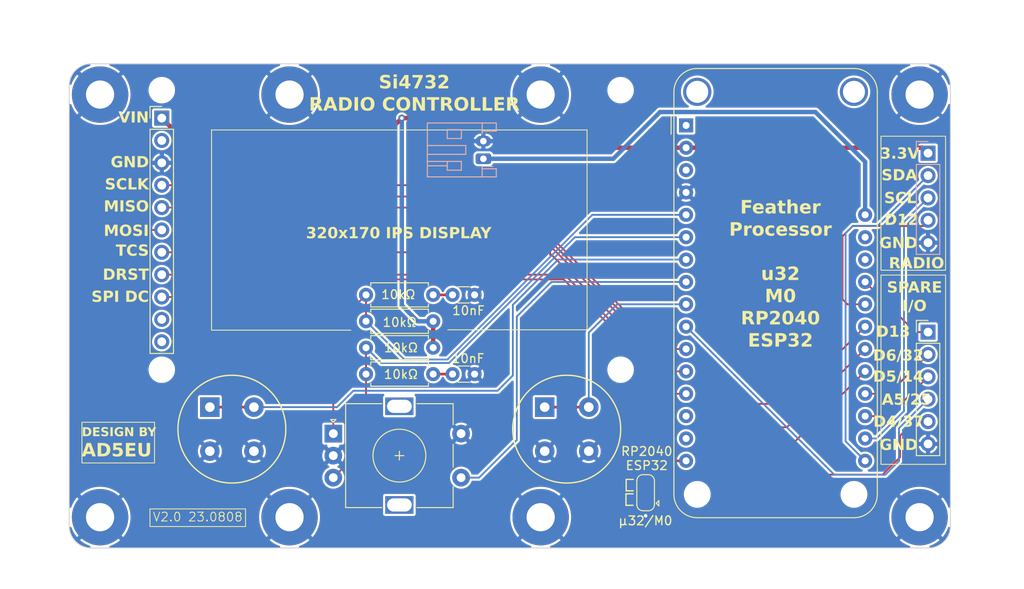
<source format=kicad_pcb>
(kicad_pcb (version 20221018) (generator pcbnew)
  (layers (0 "F.Cu" signal) (31 "B.Cu" signal) (34 "B.Paste" user) (35 "F.Paste" user) (36 "B.SilkS" user "B.Silkscreen") (37 "F.SilkS" user "F.Silkscreen") (38 "B.Mask" user) (39 "F.Mask" user) (44 "Edge.Cuts" user))
  (net 0 "")
  (net 1 "GND")
  (net 2 "Net-(C1-Pad2)")
  (net 3 "+3.3V")
  (net 4 "~{RST}")
  (net 5 "Net-(C2-Pad2)")
  (net 6 "SCLK")
  (net 7 "MOSI")
  (net 8 "MISO")
  (net 9 "R_RST")
  (net 10 "ENSW")
  (net 11 "EN1B")
  (net 12 "EN1A")
  (net 13 "SCL")
  (net 14 "SDA")
  (net 16 "~{DISPRST}")
  (net 19 "TCS")
  (net 20 "DC")
  (net 24 "Net-(A2-GND{slash}GND{slash}D4{slash}D37)")
  (net 27 "Net-(A2-VBAT)")
  (net 28 "R_SW")
  (net 29 "L_SW")
  (net 30 "Net-(A2-D5{slash}D5{slash}D5{slash}D14)")
  (net 31 "Net-(A2-D6{slash}D6{slash}D6{slash}D32)")
  (net 32 "Net-(A2-D13)")
  (net 33 "Net-(A2-A5{slash}A5{slash}D25{slash}A5)")
  (net 34 "Net-(J1-Pin_5)")
  (footprint "MountingHole:MountingHole_3.2mm_M3_Pad" (layer "F.Cu") (at 53.5 53.5)
    (fp_text reference "REF**" hide)
    (fp_text value "MountingHole_3.2mm_M3_Pad" hide)
    (pad "1" thru_hole circle (at 0 0) (size 6.4 6.4) (drill 3.2) (layers "*.Cu" "*.Mask") (net 1 "GND"))
  )
  (footprint "Resistor_THT:R_Axial_DIN0207_L6.3mm_D2.5mm_P7.62mm_Horizontal" (layer "F.Cu") (at 83.68 85.25)
    (fp_text reference "R3" hide)
    (fp_text value "10kΩ" (at 3.9675 0.03) (layer "F.SilkS"))
    (fp_line (start 0.54 -1.37) (end 7.08 -1.37) (stroke (width 0.12)) (layer "F.SilkS"))
    (fp_line (start 0.54 -1.04) (end 0.54 -1.37) (stroke (width 0.12)) (layer "F.SilkS"))
    (fp_line (start 0.54 1.04) (end 0.54 1.37) (stroke (width 0.12)) (layer "F.SilkS"))
    (fp_line (start 0.54 1.37) (end 7.08 1.37) (stroke (width 0.12)) (layer "F.SilkS"))
    (fp_line (start 7.08 -1.37) (end 7.08 -1.04) (stroke (width 0.12)) (layer "F.SilkS"))
    (fp_line (start 7.08 1.37) (end 7.08 1.04) (stroke (width 0.12)) (layer "F.SilkS"))
    (pad "1" thru_hole circle (at 0 0) (size 1.6 1.6) (drill 0.8) (layers "*.Cu" "*.Mask") (net 11 "EN1B"))
    (pad "2" thru_hole oval (at 7.62 0) (size 1.6 1.6) (drill 0.8) (layers "*.Cu" "*.Mask") (net 2 "Net-(C1-Pad2)"))
  )
  (footprint "Resistor_THT:R_Axial_DIN0207_L6.3mm_D2.5mm_P7.62mm_Horizontal" (layer "F.Cu") (at 83.68 76.25)
    (fp_text reference "R4" hide)
    (fp_text value "10kΩ" (at 3.6725 -0.03) (layer "F.SilkS"))
    (fp_line (start 0.54 -1.37) (end 7.08 -1.37) (stroke (width 0.12)) (layer "F.SilkS"))
    (fp_line (start 0.54 -1.04) (end 0.54 -1.37) (stroke (width 0.12)) (layer "F.SilkS"))
    (fp_line (start 0.54 1.04) (end 0.54 1.37) (stroke (width 0.12)) (layer "F.SilkS"))
    (fp_line (start 0.54 1.37) (end 7.08 1.37) (stroke (width 0.12)) (layer "F.SilkS"))
    (fp_line (start 7.08 -1.37) (end 7.08 -1.04) (stroke (width 0.12)) (layer "F.SilkS"))
    (fp_line (start 7.08 1.37) (end 7.08 1.04) (stroke (width 0.12)) (layer "F.SilkS"))
    (pad "1" thru_hole circle (at 0 0) (size 1.6 1.6) (drill 0.8) (layers "*.Cu" "*.Mask") (net 12 "EN1A"))
    (pad "2" thru_hole oval (at 7.62 0) (size 1.6 1.6) (drill 0.8) (layers "*.Cu" "*.Mask") (net 5 "Net-(C2-Pad2)"))
  )
  (footprint "Jumper:SolderJumper-3_P1.3mm_Open_RoundedPad1.0x1.5mm" (layer "F.Cu") (at 115.41 98.72 90)
    (fp_text reference "JP1" hide)
    (fp_text value "SolderJumper_3_Open" hide)
    (fp_line (start -2.05 0.3) (end -2.05 -0.3) (stroke (width 0.12)) (layer "F.SilkS"))
    (fp_line (start -1.5 1.5) (end -0.9 1.5) (stroke (width 0.12)) (layer "F.SilkS"))
    (fp_line (start -1.4 -1) (end 1.4 -1) (stroke (width 0.12)) (layer "F.SilkS"))
    (fp_line (start -1.2 1.2) (end -1.5 1.5) (stroke (width 0.12)) (layer "F.SilkS"))
    (fp_line (start -1.2 1.2) (end -0.9 1.5) (stroke (width 0.12)) (layer "F.SilkS"))
    (fp_line (start 1.4 1) (end -1.4 1) (stroke (width 0.12)) (layer "F.SilkS"))
    (fp_line (start 2.05 -0.3) (end 2.05 0.3) (stroke (width 0.12)) (layer "F.SilkS"))
    (fp_arc (start -2.05 -0.3) (mid -1.844975 -0.794975) (end -1.35 -1) (stroke (width 0.12)) (layer "F.SilkS"))
    (fp_arc (start -1.35 1) (mid -1.844975 0.794975) (end -2.05 0.3) (stroke (width 0.12)) (layer "F.SilkS"))
    (fp_arc (start 1.35 -1) (mid 1.844975 -0.794975) (end 2.05 -0.3) (stroke (width 0.12)) (layer "F.SilkS"))
    (fp_arc (start 2.05 0.3) (mid 1.844975 0.794975) (end 1.35 1) (stroke (width 0.12)) (layer "F.SilkS"))
    (pad "1" smd custom (at -1.3 0 90) (size 1 0.5) (layers "F.Cu" "F.Mask") (net 1 "GND") (options (clearance outline) (anchor rect)) (primitives (gr_circle (center 0 0.25) (end 0.5 0.25) (width 0) (fill yes)) (gr_circle (center 0 -0.25) (end 0.5 -0.25) (width 0) (fill yes)) (gr_poly (pts (xy 0.55 0.75) (xy 0 0.75) (xy 0 -0.75) (xy 0.55 -0.75)) (width 0) (fill yes))))
    (pad "2" smd rect (at 0 0 90) (size 1 1.5) (layers "F.Cu" "F.Mask") (net 24 "Net-(A2-GND{slash}GND{slash}D4{slash}D37)"))
    (pad "3" smd custom (at 1.3 0 90) (size 1 0.5) (layers "F.Cu" "F.Mask") (net 34 "Net-(J1-Pin_5)") (options (clearance outline) (anchor rect)) (primitives (gr_circle (center 0 0.25) (end 0.5 0.25) (width 0) (fill yes)) (gr_circle (center 0 -0.25) (end 0.5 -0.25) (width 0) (fill yes)) (gr_poly (pts (xy 0 0.75) (xy -0.55 0.75) (xy -0.55 -0.75) (xy 0 -0.75)) (width 0) (fill yes))))
  )
  (footprint "Connector_PinHeader_2.54mm:PinHeader_1x06_P2.54mm_Vertical" (layer "F.Cu") (at 147.46 80.48)
    (fp_text reference "J1" hide)
    (fp_text value "Conn_01x06_Pin" hide)
    (fp_line (start -1.33 -1.33) (end 0 -1.33) (stroke (width 0.12)) (layer "F.SilkS"))
    (fp_line (start -1.33 0) (end -1.33 -1.33) (stroke (width 0.12)) (layer "F.SilkS"))
    (fp_line (start -1.33 1.27) (end -1.33 14.03) (stroke (width 0.12)) (layer "F.SilkS"))
    (fp_line (start -1.33 1.27) (end 1.33 1.27) (stroke (width 0.12)) (layer "F.SilkS"))
    (fp_line (start -1.33 14.03) (end 1.33 14.03) (stroke (width 0.12)) (layer "F.SilkS"))
    (fp_line (start 1.33 1.27) (end 1.33 14.03) (stroke (width 0.12)) (layer "F.SilkS"))
    (pad "1" thru_hole rect (at 0 0) (size 1.7 1.7) (drill 1) (layers "*.Cu" "*.Mask") (net 32 "Net-(A2-D13)"))
    (pad "2" thru_hole oval (at 0 2.54) (size 1.7 1.7) (drill 1) (layers "*.Cu" "*.Mask") (net 31 "Net-(A2-D6{slash}D6{slash}D6{slash}D32)"))
    (pad "3" thru_hole oval (at 0 5.08) (size 1.7 1.7) (drill 1) (layers "*.Cu" "*.Mask") (net 30 "Net-(A2-D5{slash}D5{slash}D5{slash}D14)"))
    (pad "4" thru_hole oval (at 0 7.62) (size 1.7 1.7) (drill 1) (layers "*.Cu" "*.Mask") (net 33 "Net-(A2-A5{slash}A5{slash}D25{slash}A5)"))
    (pad "5" thru_hole oval (at 0 10.16) (size 1.7 1.7) (drill 1) (layers "*.Cu" "*.Mask") (net 34 "Net-(J1-Pin_5)"))
    (pad "6" thru_hole oval (at 0 12.7) (size 1.7 1.7) (drill 1) (layers "*.Cu" "*.Mask") (net 1 "GND"))
  )
  (footprint "Resistor_THT:R_Axial_DIN0207_L6.3mm_D2.5mm_P7.62mm_Horizontal" (layer "F.Cu") (at 83.68 82.25)
    (fp_text reference "R2" hide)
    (fp_text value "10kΩ" (at 3.9675 0.01) (layer "F.SilkS"))
    (fp_line (start 0.54 -1.37) (end 7.08 -1.37) (stroke (width 0.12)) (layer "F.SilkS"))
    (fp_line (start 0.54 -1.04) (end 0.54 -1.37) (stroke (width 0.12)) (layer "F.SilkS"))
    (fp_line (start 0.54 1.04) (end 0.54 1.37) (stroke (width 0.12)) (layer "F.SilkS"))
    (fp_line (start 0.54 1.37) (end 7.08 1.37) (stroke (width 0.12)) (layer "F.SilkS"))
    (fp_line (start 7.08 -1.37) (end 7.08 -1.04) (stroke (width 0.12)) (layer "F.SilkS"))
    (fp_line (start 7.08 1.37) (end 7.08 1.04) (stroke (width 0.12)) (layer "F.SilkS"))
    (pad "1" thru_hole circle (at 0 0) (size 1.6 1.6) (drill 0.8) (layers "*.Cu" "*.Mask") (net 11 "EN1B"))
    (pad "2" thru_hole oval (at 7.62 0) (size 1.6 1.6) (drill 0.8) (layers "*.Cu" "*.Mask") (net 3 "+3.3V"))
  )
  (footprint "Capacitor_THT:C_Disc_D3.0mm_W1.6mm_P2.50mm" (layer "F.Cu") (at 96 76.25 180)
    (fp_text reference "C2" hide)
    (fp_text value "10nF" (at 0.69 -1.79) (layer "F.SilkS"))
    (fp_line (start 0.621 -0.92) (end 1.879 -0.92) (stroke (width 0.12)) (layer "F.SilkS"))
    (fp_line (start 0.621 0.92) (end 1.879 0.92) (stroke (width 0.12)) (layer "F.SilkS"))
    (pad "1" thru_hole circle (at 0 0 180) (size 1.6 1.6) (drill 0.8) (layers "*.Cu" "*.Mask") (net 1 "GND"))
    (pad "2" thru_hole circle (at 2.5 0 180) (size 1.6 1.6) (drill 0.8) (layers "*.Cu" "*.Mask") (net 5 "Net-(C2-Pad2)"))
  )
  (footprint "Capacitor_THT:C_Disc_D3.0mm_W1.6mm_P2.50mm" (layer "F.Cu") (at 96 85.25 180)
    (fp_text reference "C1" hide)
    (fp_text value "10nF" (at 0.73 1.77) (layer "F.SilkS"))
    (fp_line (start 0.621 -0.92) (end 1.879 -0.92) (stroke (width 0.12)) (layer "F.SilkS"))
    (fp_line (start 0.621 0.92) (end 1.879 0.92) (stroke (width 0.12)) (layer "F.SilkS"))
    (pad "1" thru_hole circle (at 0 0 180) (size 1.6 1.6) (drill 0.8) (layers "*.Cu" "*.Mask") (net 1 "GND"))
    (pad "2" thru_hole circle (at 2.5 0 180) (size 1.6 1.6) (drill 0.8) (layers "*.Cu" "*.Mask") (net 2 "Net-(C1-Pad2)"))
  )
  (footprint "MountingHole:MountingHole_3.2mm_M3_Pad" (layer "F.Cu") (at 75 53.5)
    (fp_text reference "REF**" hide)
    (fp_text value "MountingHole_3.2mm_M3_Pad" hide)
    (pad "1" thru_hole circle (at 0 0) (size 6.4 6.4) (drill 3.2) (layers "*.Cu" "*.Mask") (net 1 "GND"))
  )
  (footprint "MountingHole:MountingHole_3.2mm_M3_Pad" (layer "F.Cu") (at 146.5 101.5)
    (fp_text reference "REF**" hide)
    (fp_text value "MountingHole_3.2mm_M3_Pad" hide)
    (pad "1" thru_hole circle (at 0 0) (size 6.4 6.4) (drill 3.2) (layers "*.Cu" "*.Mask") (net 1 "GND"))
  )
  (footprint "MountingHole:MountingHole_3.2mm_M3_Pad" (layer "F.Cu") (at 103.5 101.5)
    (fp_text reference "REF**" hide)
    (fp_text value "MountingHole_3.2mm_M3_Pad" hide)
    (pad "1" thru_hole circle (at 0 0) (size 6.4 6.4) (drill 3.2) (layers "*.Cu" "*.Mask") (net 1 "GND"))
  )
  (footprint "Resistor_THT:R_Axial_DIN0207_L6.3mm_D2.5mm_P7.62mm_Horizontal" (layer "F.Cu") (at 83.68 79.25)
    (fp_text reference "R5" hide)
    (fp_text value "10kΩ" (at 3.8225 0.12) (layer "F.SilkS"))
    (fp_line (start 0.54 -1.37) (end 7.08 -1.37) (stroke (width 0.12)) (layer "F.SilkS"))
    (fp_line (start 0.54 -1.04) (end 0.54 -1.37) (stroke (width 0.12)) (layer "F.SilkS"))
    (fp_line (start 0.54 1.04) (end 0.54 1.37) (stroke (width 0.12)) (layer "F.SilkS"))
    (fp_line (start 0.54 1.37) (end 7.08 1.37) (stroke (width 0.12)) (layer "F.SilkS"))
    (fp_line (start 7.08 -1.37) (end 7.08 -1.04) (stroke (width 0.12)) (layer "F.SilkS"))
    (fp_line (start 7.08 1.37) (end 7.08 1.04) (stroke (width 0.12)) (layer "F.SilkS"))
    (pad "1" thru_hole circle (at 0 0) (size 1.6 1.6) (drill 0.8) (layers "*.Cu" "*.Mask") (net 12 "EN1A"))
    (pad "2" thru_hole oval (at 7.62 0) (size 1.6 1.6) (drill 0.8) (layers "*.Cu" "*.Mask") (net 3 "+3.3V"))
  )
  (footprint "Module:Adafruit_Feather_WithMountingHoles" (layer "F.Cu") (at 120 57)
    (fp_text reference "A2" hide)
    (fp_text value "Adafruit_Feather_Generic" hide)
    (fp_line (start -1.7 1) (end -1.7 -1) (stroke (width 0.12)) (layer "F.SilkS"))
    (fp_line (start -1.38 -3.81) (end -1.38 41.91) (stroke (width 0.12)) (layer "F.SilkS"))
    (fp_line (start 19.05 -6.46) (end 1.27 -6.46) (stroke (width 0.12)) (layer "F.SilkS"))
    (fp_line (start 19.05 44.56) (end 1.27 44.56) (stroke (width 0.12)) (layer "F.SilkS"))
    (fp_line (start 21.7 -3.81) (end 21.7 41.91) (stroke (width 0.12)) (layer "F.SilkS"))
    (fp_arc (start -1.38 -3.81) (mid -0.603833 -5.683833) (end 1.27 -6.46) (stroke (width 0.12)) (layer "F.SilkS"))
    (fp_arc (start 1.27 44.56) (mid -0.603833 43.783833) (end -1.38 41.91) (stroke (width 0.12)) (layer "F.SilkS"))
    (fp_arc (start 19.05 -6.46) (mid 20.923833 -5.683833) (end 21.7 -3.81) (stroke (width 0.12)) (layer "F.SilkS"))
    (fp_arc (start 21.7 41.91) (mid 20.923833 43.783833) (end 19.05 44.56) (stroke (width 0.12)) (layer "F.SilkS"))
    (pad "" np_thru_hole circle (at 1.27 -3.81 270) (size 3.2 3.2) (drill 2.5) (layers "*.Cu" "*.Mask"))
    (pad "" np_thru_hole circle (at 1.27 41.91 270) (size 2.54 2.54) (drill 2.54) (layers "*.Cu" "*.Mask"))
    (pad "" np_thru_hole circle (at 19.05 -3.81 270) (size 3.2 3.2) (drill 2.5) (layers "*.Cu" "*.Mask"))
    (pad "" np_thru_hole circle (at 19.05 41.91 270) (size 2.54 2.54) (drill 2.54) (layers "*.Cu" "*.Mask"))
    (pad "1" thru_hole rect (at 0 0 180) (size 1.6 1.6) (drill 0.8) (layers "*.Cu" "*.Mask") (net 4 "~{RST}"))
    (pad "2" thru_hole circle (at 0 2.54 180) (size 1.6 1.6) (drill 0.8) (layers "*.Cu" "*.Mask") (net 3 "+3.3V"))
    (pad "3" thru_hole circle (at 0 5.08 180) (size 1.6 1.6) (drill 0.8) (layers "*.Cu" "*.Mask"))
    (pad "4" thru_hole circle (at 0 7.62 180) (size 1.6 1.6) (drill 0.8) (layers "*.Cu" "*.Mask") (net 1 "GND"))
    (pad "5" thru_hole circle (at 0 10.16 180) (size 1.6 1.6) (drill 0.8) (layers "*.Cu" "*.Mask") (net 12 "EN1A"))
    (pad "6" thru_hole circle (at 0 12.7 180) (size 1.6 1.6) (drill 0.8) (layers "*.Cu" "*.Mask") (net 11 "EN1B"))
    (pad "7" thru_hole circle (at 0 15.24 180) (size 1.6 1.6) (drill 0.8) (layers "*.Cu" "*.Mask") (net 29 "L_SW"))
    (pad "8" thru_hole circle (at 0 17.78 180) (size 1.6 1.6) (drill 0.8) (layers "*.Cu" "*.Mask") (net 10 "ENSW"))
    (pad "9" thru_hole circle (at 0 20.32 180) (size 1.6 1.6) (drill 0.8) (layers "*.Cu" "*.Mask") (net 28 "R_SW"))
    (pad "10" thru_hole circle (at 0 22.86 180) (size 1.6 1.6) (drill 0.8) (layers "*.Cu" "*.Mask") (net 33 "Net-(A2-A5{slash}A5{slash}D25{slash}A5)"))
    (pad "11" thru_hole circle (at 0 25.4 180) (size 1.6 1.6) (drill 0.8) (layers "*.Cu" "*.Mask") (net 6 "SCLK"))
    (pad "12" thru_hole circle (at 0 27.94 180) (size 1.6 1.6) (drill 0.8) (layers "*.Cu" "*.Mask") (net 7 "MOSI"))
    (pad "13" thru_hole circle (at 0 30.48 180) (size 1.6 1.6) (drill 0.8) (layers "*.Cu" "*.Mask") (net 8 "MISO"))
    (pad "14" thru_hole circle (at 0 33.02 180) (size 1.6 1.6) (drill 0.8) (layers "*.Cu" "*.Mask"))
    (pad "15" thru_hole circle (at 0 35.56 180) (size 1.6 1.6) (drill 0.8) (layers "*.Cu" "*.Mask"))
    (pad "16" thru_hole circle (at 0 38.1 180) (size 1.6 1.6) (drill 0.8) (layers "*.Cu" "*.Mask") (net 24 "Net-(A2-GND{slash}GND{slash}D4{slash}D37)"))
    (pad "17" thru_hole circle (at 20.32 38.1 180) (size 1.6 1.6) (drill 0.8) (layers "*.Cu" "*.Mask") (net 14 "SDA"))
    (pad "18" thru_hole circle (at 20.32 35.56 180) (size 1.6 1.6) (drill 0.8) (layers "*.Cu" "*.Mask") (net 13 "SCL"))
    (pad "19" thru_hole circle (at 20.32 33.02 180) (size 1.6 1.6) (drill 0.8) (layers "*.Cu" "*.Mask") (net 30 "Net-(A2-D5{slash}D5{slash}D5{slash}D14)"))
    (pad "20" thru_hole circle (at 20.32 30.48 180) (size 1.6 1.6) (drill 0.8) (layers "*.Cu" "*.Mask") (net 31 "Net-(A2-D6{slash}D6{slash}D6{slash}D32)"))
    (pad "21" thru_hole circle (at 20.32 27.94 180) (size 1.6 1.6) (drill 0.8) (layers "*.Cu" "*.Mask") (net 20 "DC"))
    (pad "22" thru_hole circle (at 20.32 25.4 180) (size 1.6 1.6) (drill 0.8) (layers "*.Cu" "*.Mask") (net 16 "~{DISPRST}"))
    (pad "23" thru_hole circle (at 20.32 22.86 180) (size 1.6 1.6) (drill 0.8) (layers "*.Cu" "*.Mask") (net 19 "TCS"))
    (pad "24" thru_hole circle (at 20.32 20.32 180) (size 1.6 1.6) (drill 0.8) (layers "*.Cu" "*.Mask") (net 9 "R_RST"))
    (pad "25" thru_hole circle (at 20.32 17.78 180) (size 1.6 1.6) (drill 0.8) (layers "*.Cu" "*.Mask") (net 32 "Net-(A2-D13)"))
    (pad "26" thru_hole circle (at 20.32 15.24 180) (size 1.6 1.6) (drill 0.8) (layers "*.Cu" "*.Mask"))
    (pad "27" thru_hole circle (at 20.32 12.7 180) (size 1.6 1.6) (drill 0.8) (layers "*.Cu" "*.Mask"))
    (pad "28" thru_hole circle (at 20.32 10.16 180) (size 1.6 1.6) (drill 0.8) (layers "*.Cu" "*.Mask") (net 27 "Net-(A2-VBAT)"))
  )
  (footprint "MountingHole:MountingHole_3.2mm_M3_Pad" (layer "F.Cu") (at 53.5 101.5)
    (fp_text reference "REF**" hide)
    (fp_text value "MountingHole_3.2mm_M3_Pad" hide)
    (pad "1" thru_hole circle (at 0 0) (size 6.4 6.4) (drill 3.2) (layers "*.Cu" "*.Mask") (net 1 "GND"))
  )
  (footprint "D6R00F1LFS:D6R_CNK" (layer "F.Cu") (at 103.9575 89)
    (fp_text reference "SW2" hide)
    (fp_text value "D6R90F1LFS" hide)
    (fp_circle (center 2.5 2.5) (end 8.6214 2.5) (stroke (width 0.1524)) (fill none) (layer "F.SilkS"))
    (pad "1" thru_hole rect (at 0 0) (size 2.2098 2.2098) (drill 1.0922) (layers "*.Cu" "*.Mask") (net 28 "R_SW"))
    (pad "2" thru_hole circle (at 0 5) (size 2.2098 2.2098) (drill 1.0922) (layers "*.Cu" "*.Mask") (net 1 "GND"))
    (pad "3" thru_hole circle (at 5 5) (size 2.2098 2.2098) (drill 1.0922) (layers "*.Cu" "*.Mask") (net 1 "GND"))
    (pad "4" thru_hole circle (at 5 0) (size 2.2098 2.2098) (drill 1.0922) (layers "*.Cu" "*.Mask") (net 28 "R_SW"))
  )
  (footprint "5394_1.9in_TFT:Display" (layer "F.Cu") (at 87.4575 68.875)
    (fp_text reference "J4" hide)
    (fp_text value "Conn_01x11_Male" hide)
    (fp_line (start -28.2875 -14.03) (end -26.9575 -14.03) (stroke (width 0.12)) (layer "F.SilkS"))
    (fp_line (start -28.2875 -12.7) (end -28.2875 -14.03) (stroke (width 0.12)) (layer "F.SilkS"))
    (fp_line (start -28.2875 -11.43) (end -28.2875 14.03) (stroke (width 0.12)) (layer "F.SilkS"))
    (fp_line (start -28.2875 -11.43) (end -25.6275 -11.43) (stroke (width 0.12)) (layer "F.SilkS"))
    (fp_line (start -28.2875 14.03) (end -25.6275 14.03) (stroke (width 0.12)) (layer "F.SilkS"))
    (fp_line (start -25.6275 -11.43) (end -25.6275 14.03) (stroke (width 0.12)) (layer "F.SilkS"))
    (fp_line (start -21.3075 -11.3525) (end -21.3075 11.3425) (stroke (width 0.1)) (layer "F.SilkS"))
    (fp_line (start -21.3075 -11.3525) (end 21.3075 -11.3525) (stroke (width 0.1)) (layer "F.SilkS"))
    (fp_line (start -5.5 11.38) (end -21.3075 11.38) (stroke (width 0.1)) (layer "F.SilkS"))
    (fp_line (start 21.3075 -11.3525) (end 21.3075 11.3425) (stroke (width 0.1)) (layer "F.SilkS"))
    (fp_line (start 21.3075 11.3425) (end 5.5 11.3425) (stroke (width 0.1)) (layer "F.SilkS"))
    (pad "" np_thru_hole circle (at -26.9575 -15.875 180) (size 2.5 2.5) (drill 2.5) (layers "F&B.Cu" "*.Mask"))
    (pad "" np_thru_hole circle (at -26.9575 15.875) (size 2.5 2.5) (drill 2.5) (layers "F&B.Cu" "*.Mask"))
    (pad "" np_thru_hole circle (at 25.1125 -15.875) (size 2.5 2.5) (drill 2.5) (layers "F&B.Cu" "*.Mask"))
    (pad "" np_thru_hole circle (at 25.1125 15.875) (size 2.5 2.5) (drill 2.5) (layers "F&B.Cu" "*.Mask"))
    (pad "1" thru_hole rect (at -26.9575 -12.7) (size 1.7 1.7) (drill 1) (layers "*.Cu" "*.Mask") (net 3 "+3.3V"))
    (pad "2" thru_hole oval (at -26.9575 -10.16) (size 1.7 1.7) (drill 1) (layers "*.Cu" "*.Mask"))
    (pad "3" thru_hole oval (at -26.9575 -7.62) (size 1.7 1.7) (drill 1) (layers "*.Cu" "*.Mask") (net 1 "GND"))
    (pad "4" thru_hole oval (at -26.9575 -5.08) (size 1.7 1.7) (drill 1) (layers "*.Cu" "*.Mask") (net 6 "SCLK"))
    (pad "5" thru_hole oval (at -26.9575 -2.54) (size 1.7 1.7) (drill 1) (layers "*.Cu" "*.Mask") (net 8 "MISO"))
    (pad "6" thru_hole oval (at -26.9575 0) (size 1.7 1.7) (drill 1) (layers "*.Cu" "*.Mask") (net 7 "MOSI"))
    (pad "7" thru_hole oval (at -26.9575 2.54) (size 1.7 1.7) (drill 1) (layers "*.Cu" "*.Mask") (net 19 "TCS"))
    (pad "8" thru_hole oval (at -26.9575 5.08) (size 1.7 1.7) (drill 1) (layers "*.Cu" "*.Mask") (net 16 "~{DISPRST}"))
    (pad "9" thru_hole oval (at -26.9575 7.62) (size 1.7 1.7) (drill 1) (layers "*.Cu" "*.Mask") (net 20 "DC"))
    (pad "10" thru_hole oval (at -26.9575 10.16) (size 1.7 1.7) (drill 1) (layers "*.Cu" "*.Mask"))
    (pad "11" thru_hole oval (at -26.9575 12.7) (size 1.7 1.7) (drill 1) (layers "*.Cu" "*.Mask"))
  )
  (footprint "MountingHole:MountingHole_3.2mm_M3_Pad" (layer "F.Cu") (at 146.5 53.5)
    (fp_text reference "REF**" hide)
    (fp_text value "MountingHole_3.2mm_M3_Pad" hide)
    (pad "1" thru_hole circle (at 0 0) (size 6.4 6.4) (drill 3.2) (layers "*.Cu" "*.Mask") (net 1 "GND"))
  )
  (footprint "MountingHole:MountingHole_3.2mm_M3_Pad" (layer "F.Cu") (at 103.5 53.5)
    (fp_text reference "REF**" hide)
    (fp_text value "MountingHole_3.2mm_M3_Pad" hide)
    (pad "1" thru_hole circle (at 0 0) (size 6.4 6.4) (drill 3.2) (layers "*.Cu" "*.Mask") (net 1 "GND"))
  )
  (footprint "Rotary_Encoder:RotaryEncoder_Alps_EC11E-Switch_Vertical_H20mm" (layer "F.Cu") (at 87.4675 94.5)
    (fp_text reference "SW1" hide)
    (fp_text value "RotaryEncoder_Switch" hide)
    (fp_line (start -7.8 -4.09) (end -7.2 -4.09) (stroke (width 0.12)) (layer "F.SilkS"))
    (fp_line (start -7.5 -3.79) (end -7.8 -4.09) (stroke (width 0.12)) (layer "F.SilkS"))
    (fp_line (start -7.2 -4.09) (end -7.5 -3.79) (stroke (width 0.12)) (layer "F.SilkS"))
    (fp_line (start -6.1 -5.89) (end -6.1 5.91) (stroke (width 0.12)) (layer "F.SilkS"))
    (fp_line (start -2 -5.89) (end -6.1 -5.89) (stroke (width 0.12)) (layer "F.SilkS"))
    (fp_line (start -2 5.91) (end -6.1 5.91) (stroke (width 0.12)) (layer "F.SilkS"))
    (fp_line (start -0.5 0.01) (end 0.5 0.01) (stroke (width 0.12)) (layer "F.SilkS"))
    (fp_line (start 0 -0.49) (end 0 0.51) (stroke (width 0.12)) (layer "F.SilkS"))
    (fp_line (start 2 -5.89) (end 6.1 -5.89) (stroke (width 0.12)) (layer "F.SilkS"))
    (fp_line (start 6.1 -5.89) (end 6.1 -3.49) (stroke (width 0.12)) (layer "F.SilkS"))
    (fp_line (start 6.1 -1.29) (end 6.1 1.31) (stroke (width 0.12)) (layer "F.SilkS"))
    (fp_line (start 6.1 3.51) (end 6.1 5.91) (stroke (width 0.12)) (layer "F.SilkS"))
    (fp_line (start 6.1 5.91) (end 2 5.91) (stroke (width 0.12)) (layer "F.SilkS"))
    (fp_circle (center 0 0.01) (end 3 0.01) (stroke (width 0.12)) (fill none) (layer "F.SilkS"))
    (pad "A" thru_hole rect (at -7.5 -2.49) (size 2 2) (drill 1) (layers "*.Cu" "*.Mask") (net 12 "EN1A"))
    (pad "B" thru_hole circle (at -7.5 2.51) (size 2 2) (drill 1) (layers "*.Cu" "*.Mask") (net 11 "EN1B"))
    (pad "C" thru_hole circle (at -7.5 0.01) (size 2 2) (drill 1) (layers "*.Cu" "*.Mask") (net 1 "GND"))
    (pad "MP" thru_hole rect (at 0 -5.59) (size 3.2 2) (drill oval 2.8 1.5) (layers "*.Cu" "*.Mask"))
    (pad "MP" thru_hole rect (at 0 5.61) (size 3.2 2) (drill oval 2.8 1.5) (layers "*.Cu" "*.Mask"))
    (pad "S1" thru_hole circle (at 7 2.51) (size 2 2) (drill 1) (layers "*.Cu" "*.Mask") (net 10 "ENSW"))
    (pad "S2" thru_hole circle (at 7 -2.49) (size 2 2) (drill 1) (layers "*.Cu" "*.Mask") (net 1 "GND"))
  )
  (footprint "MountingHole:MountingHole_3.2mm_M3_Pad" (layer "F.Cu") (at 75 101.5)
    (fp_text reference "REF**" hide)
    (fp_text value "MountingHole_3.2mm_M3_Pad" hide)
    (pad "1" thru_hole circle (at 0 0) (size 6.4 6.4) (drill 3.2) (layers "*.Cu" "*.Mask") (net 1 "GND"))
  )
  (footprint "D6R00F1LFS:D6R_CNK" (layer "F.Cu") (at 65.9575 89)
    (fp_text reference "SW3" hide)
    (fp_text value "D6R90F1LFS" hide)
    (fp_circle (center 2.5 2.5) (end 8.6214 2.5) (stroke (width 0.1524)) (fill none) (layer "F.SilkS"))
    (pad "1" thru_hole rect (at 0 0) (size 2.2098 2.2098) (drill 1.0922) (layers "*.Cu" "*.Mask") (net 29 "L_SW"))
    (pad "2" thru_hole circle (at 0 5) (size 2.2098 2.2098) (drill 1.0922) (layers "*.Cu" "*.Mask") (net 1 "GND"))
    (pad "3" thru_hole circle (at 5 5) (size 2.2098 2.2098) (drill 1.0922) (layers "*.Cu" "*.Mask") (net 1 "GND"))
    (pad "4" thru_hole circle (at 5 0) (size 2.2098 2.2098) (drill 1.0922) (layers "*.Cu" "*.Mask") (net 29 "L_SW"))
  )
  (footprint "Connector_PinSocket_2.54mm:PinSocket_1x05_P2.54mm_Vertical" (layer "B.Cu") (at 147.46 60.16 180)
    (fp_text reference "J3" hide)
    (fp_text value "Conn_01x05_Socket" hide)
    (fp_line (start -1.33 -11.49) (end 1.33 -11.49) (stroke (width 0.12)) (layer "B.SilkS"))
    (fp_line (start -1.33 -1.27) (end -1.33 -11.49) (stroke (width 0.12)) (layer "B.SilkS"))
    (fp_line (start -1.33 -1.27) (end 1.33 -1.27) (stroke (width 0.12)) (layer "B.SilkS"))
    (fp_line (start 0 1.33) (end 1.33 1.33) (stroke (width 0.12)) (layer "B.SilkS"))
    (fp_line (start 1.33 -1.27) (end 1.33 -11.49) (stroke (width 0.12)) (layer "B.SilkS"))
    (fp_line (start 1.33 1.33) (end 1.33 0) (stroke (width 0.12)) (layer "B.SilkS"))
    (pad "1" thru_hole rect (at 0 0 180) (size 1.7 1.7) (drill 1) (layers "*.Cu" "*.Mask") (net 3 "+3.3V"))
    (pad "2" thru_hole oval (at 0 -2.54 180) (size 1.7 1.7) (drill 1) (layers "*.Cu" "*.Mask") (net 14 "SDA"))
    (pad "3" thru_hole oval (at 0 -5.08 180) (size 1.7 1.7) (drill 1) (layers "*.Cu" "*.Mask") (net 13 "SCL"))
    (pad "4" thru_hole oval (at 0 -7.62 180) (size 1.7 1.7) (drill 1) (layers "*.Cu" "*.Mask") (net 9 "R_RST"))
    (pad "5" thru_hole oval (at 0 -10.16 180) (size 1.7 1.7) (drill 1) (layers "*.Cu" "*.Mask") (net 1 "GND"))
  )
  (footprint "Connector_JST:JST_PH_S2B-PH-K_1x02_P2.00mm_Horizontal" (layer "B.Cu") (at 97 60.79 90)
    (fp_text reference "J2" hide)
    (fp_text value "Conn_01x02_Pin" hide)
    (fp_line (start -2.06 -6.36) (end 4.06 -6.36) (stroke (width 0.12)) (layer "B.SilkS"))
    (fp_line (start -2.06 -0.14) (end -1.14 -0.14) (stroke (width 0.12)) (layer "B.SilkS"))
    (fp_line (start -2.06 1.46) (end -2.06 -6.36) (stroke (width 0.12)) (layer "B.SilkS"))
    (fp_line (start -1.3 -4.1) (end -0.3 -4.1) (stroke (width 0.12)) (layer "B.SilkS"))
    (fp_line (start -1.3 -2.5) (end -1.3 -4.1) (stroke (width 0.12)) (layer "B.SilkS"))
    (fp_line (start -1.14 -0.14) (end -1.14 1.46) (stroke (width 0.12)) (layer "B.SilkS"))
    (fp_line (start -1.14 1.46) (end -2.06 1.46) (stroke (width 0.12)) (layer "B.SilkS"))
    (fp_line (start -0.86 -0.14) (end -1.14 -0.14) (stroke (width 0.12)) (layer "B.SilkS"))
    (fp_line (start -0.86 -0.14) (end -0.86 1.075) (stroke (width 0.12)) (layer "B.SilkS"))
    (fp_line (start -0.8 -4.1) (end -0.8 -6.36) (stroke (width 0.12)) (layer "B.SilkS"))
    (fp_line (start -0.3 -4.1) (end -0.3 -6.36) (stroke (width 0.12)) (layer "B.SilkS"))
    (fp_line (start -0.3 -4.1) (end -0.3 -2.5) (stroke (width 0.12)) (layer "B.SilkS"))
    (fp_line (start -0.3 -2.5) (end -1.3 -2.5) (stroke (width 0.12)) (layer "B.SilkS"))
    (fp_line (start 0.5 -6.36) (end 0.5 -2) (stroke (width 0.12)) (layer "B.SilkS"))
    (fp_line (start 0.5 -2) (end 1.5 -2) (stroke (width 0.12)) (layer "B.SilkS"))
    (fp_line (start 1.5 -2) (end 1.5 -6.36) (stroke (width 0.12)) (layer "B.SilkS"))
    (fp_line (start 2.3 -4.1) (end 2.3 -2.5) (stroke (width 0.12)) (layer "B.SilkS"))
    (fp_line (start 2.3 -2.5) (end 3.3 -2.5) (stroke (width 0.12)) (layer "B.SilkS"))
    (fp_line (start 3.14 -0.14) (end 2.86 -0.14) (stroke (width 0.12)) (layer "B.SilkS"))
    (fp_line (start 3.14 1.46) (end 3.14 -0.14) (stroke (width 0.12)) (layer "B.SilkS"))
    (fp_line (start 3.3 -4.1) (end 2.3 -4.1) (stroke (width 0.12)) (layer "B.SilkS"))
    (fp_line (start 3.3 -2.5) (end 3.3 -4.1) (stroke (width 0.12)) (layer "B.SilkS"))
    (fp_line (start 4.06 -6.36) (end 4.06 1.46) (stroke (width 0.12)) (layer "B.SilkS"))
    (fp_line (start 4.06 -0.14) (end 3.14 -0.14) (stroke (width 0.12)) (layer "B.SilkS"))
    (fp_line (start 4.06 1.46) (end 3.14 1.46) (stroke (width 0.12)) (layer "B.SilkS"))
    (pad "1" thru_hole roundrect (at 0 0 90) (size 1.2 1.75) (drill 0.75) (layers "*.Cu" "*.Mask") (roundrect_rratio 0.208333) (net 27 "Net-(A2-VBAT)"))
    (pad "2" thru_hole oval (at 2 0 90) (size 1.2 1.75) (drill 0.75) (layers "*.Cu" "*.Mask") (net 1 "GND"))
  )
  (gr_line (start 113.2 98.51) (end 114 98.51) (stroke (width 0.15)) (layer "F.SilkS"))
  (gr_line (start 113.98 98.85) (end 113.18 98.85) (stroke (width 0.15)) (layer "F.SilkS"))
  (gr_rect (start 142.12 58.23) (end 149.45 73.45) (stroke (width 0.1)) (fill none) (layer "F.SilkS"))
  (gr_line (start 113.18 98.85) (end 113.18 100.15) (stroke (width 0.15)) (layer "F.SilkS"))
  (gr_line (start 114 97.21) (end 113.2 97.21) (stroke (width 0.15)) (layer "F.SilkS"))
  (gr_line (start 113.18 100.15) (end 113.98 100.15) (stroke (width 0.15)) (layer "F.SilkS"))
  (gr_rect (start 142.12 74) (end 149.45 95.5) (stroke (width 0.1)) (fill none) (layer "F.SilkS"))
  (gr_rect (start 51.44 90.72) (end 59.68 95.34) (stroke (width 0.1)) (fill none) (layer "F.SilkS"))
  (gr_line (start 113.2 97.21) (end 113.2 98.51) (stroke (width 0.15)) (layer "F.SilkS"))
  (gr_rect (start 59.16 100.56) (end 70.01 102.56) (stroke (width 0.1)) (fill none) (layer "F.SilkS"))
  (gr_arc (start 52.5 105) (mid 50.732234 104.267767) (end 50 102.5) (stroke (width 0.1)) (layer "Edge.Cuts"))
  (gr_line (start 147.5 105) (end 52.5 105) (stroke (width 0.1)) (layer "Edge.Cuts"))
  (gr_line (start 147.5 50) (end 52.5 50) (stroke (width 0.1)) (layer "Edge.Cuts"))
  (gr_line (start 50 52.5) (end 50 102.5) (stroke (width 0.1)) (layer "Edge.Cuts"))
  (gr_arc (start 147.5 50) (mid 149.267766 50.732233) (end 150 52.5) (stroke (width 0.1)) (layer "Edge.Cuts"))
  (gr_arc (start 150 102.5) (mid 149.267767 104.267766) (end 147.5 105) (stroke (width 0.1)) (layer "Edge.Cuts"))
  (gr_line (start 150 52.5) (end 150 102.5) (stroke (width 0.1)) (layer "Edge.Cuts"))
  (gr_arc (start 50 52.5) (mid 50.732233 50.732234) (end 52.5 50) (stroke (width 0.1)) (layer "Edge.Cuts"))
  (gr_text "VIN" (at 59.05 56.16) (layer "F.SilkS") (effects (font (size 1.25 1.25) (thickness 0.25) bold) (justify right)))
  (gr_text "GND" (at 59.05 61.24) (layer "F.SilkS") (effects (font (size 1.25 1.25) (thickness 0.25) bold) (justify right)))
  (gr_text "3.3V" (at 144.25 60.26) (layer "F.SilkS") (effects (font (size 1.25 1.25) (thickness 0.25) bold)))
  (gr_text "TCS" (at 59.05 71.285) (layer "F.SilkS") (effects (font (size 1.25 1.25) (thickness 0.25) bold) (justify right)))
  (gr_text "GND" (at 144.106507 70.42) (layer "F.SilkS") (effects (font (size 1.25 1.25) (thickness 0.25) bold)))
  (gr_text "SDA" (at 144.203594 62.72) (layer "F.SilkS") (effects (font (size 1.25 1.25) (thickness 0.25) bold)))
  (gr_text "DRST" (at 59.05 74.015) (layer "F.SilkS") (effects (font (size 1.25 1.25) (thickness 0.25) bold) (justify right)))
  (gr_text "320x170 IPS DISPLAY" (at 87.39 69.3) (layer "F.SilkS") (effects (font (size 1.25 1.25) (thickness 0.25) bold)))
  (gr_text "D5/14\n" (at 144.087785 85.59) (layer "F.SilkS") (effects (font (size 1.25 1.25) (thickness 0.15) bold)))
  (gr_text "RADIO" (at 146.15 73.45) (layer "F.SilkS") (effects (font (size 1.25 1.25) (thickness 0.25) bold) (justify bottom)))
  (gr_text "SPI DC" (at 59.05 76.525) (layer "F.SilkS") (effects (font (size 1.25 1.25) (thickness 0.25) bold) (justify right)))
  (gr_text "SCLK" (at 59.05 63.755) (layer "F.SilkS") (effects (font (size 1.25 1.25) (thickness 0.25) bold) (justify right)))
  (gr_text "V2.0 23.0808\n" (at 64.585 102.06) (layer "F.SilkS") (effects (font (size 1 1) (thickness 0.1)) (justify bottom)))
  (gr_text "A5/25\n" (at 142.2 88.21) (layer "F.SilkS") (effects (font (size 1.25 1.25) (thickness 0.15) bold) (justify left)))
  (gr_text "MISO" (at 59.05 66.265) (layer "F.SilkS") (effects (font (size 1.25 1.25) (thickness 0.25) bold) (justify right)))
  (gr_text "RP2040\nESP32" (at 115.54 96.22) (layer "F.SilkS") (effects (font (size 1 1)) (justify bottom)))
  (gr_text "SPARE\nI/O" (at 145.92 78.3) (layer "F.SilkS") (effects (font (size 1.25 1.25) (thickness 0.25) bold) (justify bottom)))
  (gr_text "D6/32\n" (at 144.087785 83.2) (layer "F.SilkS") (effects (font (size 1.25 1.25) (thickness 0.15) bold)))
  (gr_text "D12" (at 144.444783 67.79) (layer "F.SilkS") (effects (font (size 1.25 1.25) (thickness 0.25) bold)))
  (gr_text "SCL" (at 144.3 65.31) (layer "F.SilkS") (effects (font (size 1.25 1.25) (thickness 0.25) bold)))
  (gr_text "MOSI" (at 59.05 69.035) (layer "F.SilkS") (effects (font (size 1.25 1.25) (thickness 0.25) bold) (justify right)))
  (gr_text "Feather\nProcessor\n\nu32\nM0\nRP2040\nESP32" (at 130.71 82.38) (layer "F.SilkS") (effects (font (size 1.5 1.5) (thickness 0.3) bold) (justify bottom)))
  (gr_text "D13" (at 143.49 80.49) (layer "F.SilkS") (effects (font (size 1.25 1.25) (thickness 0.15) bold)))
  (gr_text "D4/37\n" (at 144.12 90.71) (layer "F.SilkS") (effects (font (size 1.25 1.25) (thickness 0.15) bold)))
  (gr_text "DESIGN BY" (at 55.65 92.47) (layer "F.SilkS") (effects (font (size 1 1) (thickness 0.25) bold) (justify bottom)))
  (gr_text "GND" (at 144.117704 93.35) (layer "F.SilkS") (effects (font (size 1.25 1.25) (thickness 0.15) bold)))
  (gr_text "µ32/M0\n" (at 115.39 102.49) (layer "F.SilkS") (effects (font (size 1 1)) (justify bottom)))
  (gr_text "Si4732\nRADIO CONTROLLER\n" (at 89.16 53.44) (layer "F.SilkS") (effects (font (size 1.5 1.5) (thickness 0.3) bold)))
  (gr_text "AD5EU" (at 55.39 94.85) (layer "F.SilkS") (effects (font (size 1.5 1.5) (thickness 0.3) bold italic) (justify bottom)))
  (segment (start 115.41 100.02) (end 115.41 101.34) (width 0.5) (layer "F.Cu") (net 1))
  (via (at 115.41 101.34) (size 0.8) (drill 0.4) (layers "F.Cu" "B.Cu") (net 1))
  (segment (start 91.3 85.25) (end 93.5 85.25) (width 0.3) (layer "F.Cu") (net 2))
  (segment (start 120 59.54) (end 146.84 59.54) (width 0.5) (layer "F.Cu") (net 3))
  (segment (start 99.645 56.175) (end 103.01 59.54) (width 0.5) (layer "F.Cu") (net 3))
  (segment (start 103.01 59.54) (end 120 59.54) (width 0.5) (layer "F.Cu") (net 3))
  (segment (start 87.74 56.175) (end 99.645 56.175) (width 0.5) (layer "F.Cu") (net 3))
  (segment (start 60.5 56.175) (end 62.155 57.83) (width 0.5) (layer "F.Cu") (net 3))
  (segment (start 91.3 79.25) (end 91.3 82.25) (width 0.5) (layer "F.Cu") (net 3))
  (segment (start 62.155 57.83) (end 86.085 57.83) (width 0.5) (layer "F.Cu") (net 3))
  (segment (start 86.085 57.83) (end 87.74 56.175) (width 0.5) (layer "F.Cu") (net 3))
  (segment (start 146.84 59.54) (end 147.46 60.16) (width 0.5) (layer "F.Cu") (net 3))
  (via (at 87.74 56.175) (size 0.8) (drill 0.4) (layers "F.Cu" "B.Cu") (net 3))
  (segment (start 89.55 79.25) (end 87.74 77.44) (width 0.5) (layer "B.Cu") (net 3))
  (segment (start 87.74 77.44) (end 87.74 56.175) (width 0.5) (layer "B.Cu") (net 3))
  (segment (start 91.3 79.25) (end 89.55 79.25) (width 0.5) (layer "B.Cu") (net 3))
  (segment (start 91.3 76.25) (end 93.5 76.25) (width 0.3) (layer "F.Cu") (net 5))
  (segment (start 98.803478 63.795) (end 60.5 63.795) (width 0.2) (layer "F.Cu") (net 6))
  (segment (start 120 82.4) (end 117.408478 82.4) (width 0.2) (layer "F.Cu") (net 6))
  (segment (start 117.408478 82.4) (end 98.803478 63.795) (width 0.2) (layer "F.Cu") (net 6))
  (segment (start 99.522792 65.08) (end 117.1 82.657208) (width 0.2) (layer "F.Cu") (net 7))
  (segment (start 117.81 84.94) (end 120 84.94) (width 0.2) (layer "F.Cu") (net 7))
  (segment (start 60.5 68.875) (end 59.325 68.875) (width 0.2) (layer "F.Cu") (net 7))
  (segment (start 117.1 84.23) (end 117.81 84.94) (width 0.2) (layer "F.Cu") (net 7))
  (segment (start 58.73 66) (end 59.65 65.08) (width 0.2) (layer "F.Cu") (net 7))
  (segment (start 59.65 65.08) (end 99.522792 65.08) (width 0.2) (layer "F.Cu") (net 7))
  (segment (start 59.325 68.875) (end 58.73 68.28) (width 0.2) (layer "F.Cu") (net 7))
  (segment (start 58.73 68.28) (end 58.73 66) (width 0.2) (layer "F.Cu") (net 7))
  (segment (start 117.1 82.657208) (end 117.1 84.23) (width 0.2) (layer "F.Cu") (net 7))
  (segment (start 116.7 86.85) (end 117.33 87.48) (width 0.2) (layer "F.Cu") (net 8))
  (segment (start 117.33 87.48) (end 120 87.48) (width 0.2) (layer "F.Cu") (net 8))
  (segment (start 100.212106 66.335) (end 116.7 82.822894) (width 0.2) (layer "F.Cu") (net 8))
  (segment (start 60.5 66.335) (end 100.212106 66.335) (width 0.2) (layer "F.Cu") (net 8))
  (segment (start 116.7 82.822894) (end 116.7 86.85) (width 0.2) (layer "F.Cu") (net 8))
  (segment (start 137.76 69.58) (end 137.76 76.76) (width 0.2) (layer "F.Cu") (net 9))
  (segment (start 146.95 68.43) (end 138.91 68.43) (width 0.2) (layer "F.Cu") (net 9))
  (segment (start 138.91 68.43) (end 137.76 69.58) (width 0.2) (layer "F.Cu") (net 9))
  (segment (start 147.6 67.78) (end 146.95 68.43) (width 0.2) (layer "F.Cu") (net 9))
  (segment (start 138.32 77.32) (end 140.32 77.32) (width 0.2) (layer "F.Cu") (net 9))
  (segment (start 137.76 76.76) (end 138.32 77.32) (width 0.2) (layer "F.Cu") (net 9))
  (segment (start 94.4675 97.01) (end 96.51 97.01) (width 0.2) (layer "B.Cu") (net 10))
  (segment (start 104.72 74.78) (end 120 74.78) (width 0.2) (layer "B.Cu") (net 10))
  (segment (start 100.79 78.71) (end 104.72 74.78) (width 0.2) (layer "B.Cu") (net 10))
  (segment (start 96.51 97.01) (end 100.79 92.73) (width 0.2) (layer "B.Cu") (net 10))
  (segment (start 100.79 92.73) (end 100.79 78.71) (width 0.2) (layer "B.Cu") (net 10))
  (segment (start 83.68 85.25) (end 83.68 93.2975) (width 0.2) (layer "F.Cu") (net 11))
  (segment (start 83.68 85.25) (end 83.68 82.25) (width 0.2) (layer "F.Cu") (net 11))
  (segment (start 83.68 93.2975) (end 79.9675 97.01) (width 0.2) (layer "F.Cu") (net 11))
  (segment (start 107.383604 69.7) (end 93.093604 83.99) (width 0.2) (layer "B.Cu") (net 11))
  (segment (start 93.093604 83.99) (end 85.42 83.99) (width 0.2) (layer "B.Cu") (net 11))
  (segment (start 85.42 83.99) (end 83.68 82.25) (width 0.2) (layer "B.Cu") (net 11))
  (segment (start 120 69.7) (end 107.383604 69.7) (width 0.2) (layer "B.Cu") (net 11))
  (segment (start 79.9675 92.01) (end 79.9675 79.9625) (width 0.2) (layer "F.Cu") (net 12))
  (segment (start 79.9675 79.9625) (end 83.68 76.25) (width 0.2) (layer "F.Cu") (net 12))
  (segment (start 83.68 79.25) (end 83.68 76.25) (width 0.2) (layer "F.Cu") (net 12))
  (segment (start 109.357919 67.16) (end 120 67.16) (width 0.2) (layer "B.Cu") (net 12))
  (segment (start 83.68 79.25) (end 88.02 83.59) (width 0.2) (layer "B.Cu") (net 12))
  (segment (start 88.02 83.59) (end 92.927919 83.59) (width 0.2) (layer "B.Cu") (net 12))
  (segment (start 92.927919 83.59) (end 109.357919 67.16) (width 0.2) (layer "B.Cu") (net 12))
  (segment (start 144.73 67.97) (end 144.73 89.44) (width 0.2) (layer "B.Cu") (net 13))
  (segment (start 141.61 92.56) (end 140.32 92.56) (width 0.2) (layer "B.Cu") (net 13))
  (segment (start 147.46 65.24) (end 144.73 67.97) (width 0.2) (layer "B.Cu") (net 13))
  (segment (start 144.73 89.44) (end 141.61 92.56) (width 0.2) (layer "B.Cu") (net 13))
  (segment (start 138.1 69.25) (end 138.1 92.88) (width 0.2) (layer "B.Cu") (net 14))
  (segment (start 141.74 68.42) (end 138.93 68.42) (width 0.2) (layer "B.Cu") (net 14))
  (segment (start 138.93 68.42) (end 138.1 69.25) (width 0.2) (layer "B.Cu") (net 14))
  (segment (start 138.1 92.88) (end 140.32 95.1) (width 0.2) (layer "B.Cu") (net 14))
  (segment (start 147.46 62.7) (end 141.74 68.42) (width 0.2) (layer "B.Cu") (net 14))
  (segment (start 106.201396 73.955) (end 115.8 83.553604) (width 0.2) (layer "F.Cu") (net 16))
  (segment (start 115.8 83.553604) (end 115.8 89.03) (width 0.2) (layer "F.Cu") (net 16))
  (segment (start 115.8 89.03) (end 118.06 91.29) (width 0.2) (layer "F.Cu") (net 16))
  (segment (start 60.5 73.955) (end 106.201396 73.955) (width 0.2) (layer "F.Cu") (net 16))
  (segment (start 131.43 91.29) (end 140.32 82.4) (width 0.2) (layer "F.Cu") (net 16))
  (segment (start 118.06 91.29) (end 131.43 91.29) (width 0.2) (layer "F.Cu") (net 16))
  (segment (start 104.575 71.415) (end 104.575 71.692208) (width 0.2) (layer "F.Cu") (net 19))
  (segment (start 104.722208 71.692208) (end 116.25 83.22) (width 0.2) (layer "F.Cu") (net 19))
  (segment (start 116.25 83.22) (end 116.25 87.58) (width 0.2) (layer "F.Cu") (net 19))
  (segment (start 131.55 88.63) (end 140.32 79.86) (width 0.2) (layer "F.Cu") (net 19))
  (segment (start 104.575 71.692208) (end 104.722208 71.692208) (width 0.2) (layer "F.Cu") (net 19))
  (segment (start 116.25 87.58) (end 117.3 88.63) (width 0.2) (layer "F.Cu") (net 19))
  (segment (start 117.3 88.63) (end 131.55 88.63) (width 0.2) (layer "F.Cu") (net 19))
  (segment (start 60.5 71.415) (end 104.575 71.415) (width 0.2) (layer "F.Cu") (net 19))
  (segment (start 115.35 83.74) (end 115.35 90.61) (width 0.2) (layer "F.Cu") (net 20))
  (segment (start 115.35 90.61) (end 118.55 93.81) (width 0.2) (layer "F.Cu") (net 20))
  (segment (start 63.815 76.495) (end 65.81 74.5) (width 0.2) (layer "F.Cu") (net 20))
  (segment (start 106.11 74.5) (end 115.35 83.74) (width 0.2) (layer "F.Cu") (net 20))
  (segment (start 65.81 74.5) (end 106.11 74.5) (width 0.2) (layer "F.Cu") (net 20))
  (segment (start 60.5 76.495) (end 63.815 76.495) (width 0.2) (layer "F.Cu") (net 20))
  (segment (start 118.55 93.81) (end 131.45 93.81) (width 0.2) (layer "F.Cu") (net 20))
  (segment (start 131.45 93.81) (end 140.32 84.94) (width 0.2) (layer "F.Cu") (net 20))
  (segment (start 113.73 98.09) (end 114.36 98.72) (width 0.3) (layer "F.Cu") (net 24))
  (segment (start 120 95.1) (end 115.5 95.1) (width 0.3) (layer "F.Cu") (net 24))
  (segment (start 114.36 98.72) (end 115.41 98.72) (width 0.3) (layer "F.Cu") (net 24))
  (segment (start 113.73 96.87) (end 113.73 98.09) (width 0.3) (layer "F.Cu") (net 24))
  (segment (start 115.5 95.1) (end 113.73 96.87) (width 0.3) (layer "F.Cu") (net 24))
  (segment (start 140.32 61.13) (end 140.32 67.16) (width 0.5) (layer "B.Cu") (net 27))
  (segment (start 97 60.79) (end 111.74 60.79) (width 0.5) (layer "B.Cu") (net 27))
  (segment (start 111.74 60.79) (end 117.05 55.48) (width 0.5) (layer "B.Cu") (net 27))
  (segment (start 134.67 55.48) (end 140.32 61.13) (width 0.5) (layer "B.Cu") (net 27))
  (segment (start 117.05 55.48) (end 134.67 55.48) (width 0.5) (layer "B.Cu") (net 27))
  (segment (start 103.9675 89) (end 108.9675 89) (width 0.3) (layer "F.Cu") (net 28))
  (segment (start 112.18 77.32) (end 108.9575 80.5425) (width 0.2) (layer "B.Cu") (net 28))
  (segment (start 120 77.32) (end 112.18 77.32) (width 0.2) (layer "B.Cu") (net 28))
  (segment (start 108.9575 80.5425) (end 108.9575 89) (width 0.2) (layer "B.Cu") (net 28))
  (segment (start 65.9675 89) (end 70.9675 89) (width 0.3) (layer "F.Cu") (net 29))
  (segment (start 100.34 85.41) (end 98.61 87.14) (width 0.2) (layer "B.Cu") (net 29))
  (segment (start 120 72.24) (end 105.48 72.24) (width 0.2) (layer "B.Cu") (net 29))
  (segment (start 100.34 77.38) (end 100.34 85.41) (width 0.2) (layer "B.Cu") (net 29))
  (segment (start 80.39 89) (end 70.9575 89) (width 0.2) (layer "B.Cu") (net 29))
  (segment (start 82.25 87.14) (end 80.39 89) (width 0.2) (layer "B.Cu") (net 29))
  (segment (start 105.48 72.24) (end 100.34 77.38) (width 0.2) (layer "B.Cu") (net 29))
  (segment (start 98.61 87.14) (end 82.25 87.14) (width 0.2) (layer "B.Cu") (net 29))
  (segment (start 143 90.02) (end 147.46 85.56) (width 0.2) (layer "F.Cu") (net 30))
  (segment (start 140.32 90.02) (end 143 90.02) (width 0.2) (layer "F.Cu") (net 30))
  (segment (start 140.32 87.48) (end 143 87.48) (width 0.2) (layer "F.Cu") (net 31))
  (segment (start 143 87.48) (end 147.46 83.02) (width 0.2) (layer "F.Cu") (net 31))
  (segment (start 140.32 74.78) (end 146.02 80.48) (width 0.2) (layer "F.Cu") (net 32))
  (segment (start 146.02 80.48) (end 147.46 80.48) (width 0.2) (layer "F.Cu") (net 32))
  (segment (start 142.61 96.68) (end 136.82 96.68) (width 0.2) (layer "B.Cu") (net 33))
  (segment (start 136.82 96.68) (end 120 79.86) (width 0.2) (layer "B.Cu") (net 33))
  (segment (start 144.16 91.4) (end 144.16 95.13) (width 0.2) (layer "B.Cu") (net 33))
  (segment (start 147.46 88.1) (end 144.16 91.4) (width 0.2) (layer "B.Cu") (net 33))
  (segment (start 144.16 95.13) (end 142.61 96.68) (width 0.2) (layer "B.Cu") (net 33))
  (segment (start 142.29 96.67) (end 144.29 94.67) (width 0.2) (layer "F.Cu") (net 34))
  (segment (start 144.29 92.24) (end 145.89 90.64) (width 0.2) (layer "F.Cu") (net 34))
  (segment (start 115.41 97.42) (end 117.16 97.42) (width 0.2) (layer "F.Cu") (net 34))
  (segment (start 117.16 97.42) (end 117.91 96.67) (width 0.2) (layer "F.Cu") (net 34))
  (segment (start 117.91 96.67) (end 142.29 96.67) (width 0.2) (layer "F.Cu") (net 34))
  (segment (start 145.89 90.64) (end 147.46 90.64) (width 0.2) (layer "F.Cu") (net 34))
  (segment (start 144.29 94.67) (end 144.29 92.24) (width 0.2) (layer "F.Cu") (net 34))
  (zone (net 1) (net_name "GND") (layer "B.Cu") (connect_pads (clearance 0.25)) (min_thickness 0.25) (fill yes (thermal_gap 0.25) (thermal_bridge_width 0.5))
    (polygon (pts (xy 50 50) (xy 50 105) (xy 150 105) (xy 150 50)))
  )
)
</source>
